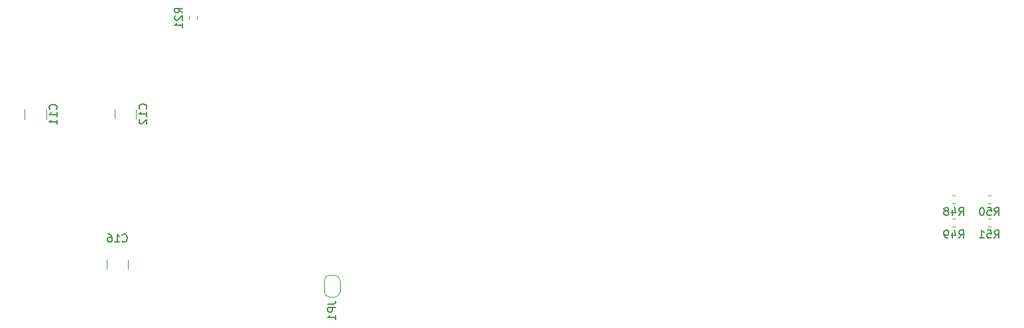
<source format=gbo>
G04 #@! TF.GenerationSoftware,KiCad,Pcbnew,(5.1.6)-1*
G04 #@! TF.CreationDate,2020-11-25T02:30:42+09:00*
G04 #@! TF.ProjectId,Mixer,4d697865-722e-46b6-9963-61645f706362,rev?*
G04 #@! TF.SameCoordinates,Original*
G04 #@! TF.FileFunction,Legend,Bot*
G04 #@! TF.FilePolarity,Positive*
%FSLAX46Y46*%
G04 Gerber Fmt 4.6, Leading zero omitted, Abs format (unit mm)*
G04 Created by KiCad (PCBNEW (5.1.6)-1) date 2020-11-25 02:30:42*
%MOMM*%
%LPD*%
G01*
G04 APERTURE LIST*
%ADD10C,0.120000*%
%ADD11C,0.150000*%
%ADD12C,3.300000*%
%ADD13C,0.100000*%
%ADD14O,1.800000X1.800000*%
%ADD15R,1.800000X1.800000*%
%ADD16C,2.100000*%
%ADD17C,2.106600*%
%ADD18C,1.420800*%
%ADD19C,1.624000*%
%ADD20O,1.000000X1.700000*%
%ADD21O,2.005000X2.100000*%
%ADD22R,2.005000X2.100000*%
G04 APERTURE END LIST*
D10*
X131018000Y-101222000D02*
X131618000Y-101222000D01*
X130318000Y-99122000D02*
X130318000Y-100522000D01*
X131618000Y-98422000D02*
X131018000Y-98422000D01*
X132318000Y-100522000D02*
X132318000Y-99122000D01*
X131618000Y-101222000D02*
G75*
G03*
X132318000Y-100522000I0J700000D01*
G01*
X130318000Y-100522000D02*
G75*
G03*
X131018000Y-101222000I700000J0D01*
G01*
X131018000Y-98422000D02*
G75*
G03*
X130318000Y-99122000I0J-700000D01*
G01*
X132318000Y-99122000D02*
G75*
G03*
X131618000Y-98422000I-700000J0D01*
G01*
X215053733Y-91204000D02*
X215396267Y-91204000D01*
X215053733Y-92224000D02*
X215396267Y-92224000D01*
X215053733Y-88263000D02*
X215396267Y-88263000D01*
X215053733Y-89283000D02*
X215396267Y-89283000D01*
X210864267Y-92204000D02*
X210521733Y-92204000D01*
X210864267Y-91184000D02*
X210521733Y-91184000D01*
X210864267Y-89283000D02*
X210521733Y-89283000D01*
X210864267Y-88263000D02*
X210521733Y-88263000D01*
X105246000Y-97630064D02*
X105246000Y-96425936D01*
X102526000Y-97630064D02*
X102526000Y-96425936D01*
X106284000Y-78415064D02*
X106284000Y-77210936D01*
X103564000Y-78415064D02*
X103564000Y-77210936D01*
X94806000Y-78451564D02*
X94806000Y-77247436D01*
X92086000Y-78451564D02*
X92086000Y-77247436D01*
X113028000Y-65703267D02*
X113028000Y-65360733D01*
X114048000Y-65703267D02*
X114048000Y-65360733D01*
D11*
X130770380Y-102088666D02*
X131484666Y-102088666D01*
X131627523Y-102041047D01*
X131722761Y-101945809D01*
X131770380Y-101802952D01*
X131770380Y-101707714D01*
X131770380Y-102564857D02*
X130770380Y-102564857D01*
X130770380Y-102945809D01*
X130818000Y-103041047D01*
X130865619Y-103088666D01*
X130960857Y-103136285D01*
X131103714Y-103136285D01*
X131198952Y-103088666D01*
X131246571Y-103041047D01*
X131294190Y-102945809D01*
X131294190Y-102564857D01*
X131770380Y-104088666D02*
X131770380Y-103517238D01*
X131770380Y-103802952D02*
X130770380Y-103802952D01*
X130913238Y-103707714D01*
X131008476Y-103612476D01*
X131056095Y-103517238D01*
X215867857Y-93670380D02*
X216201190Y-93194190D01*
X216439285Y-93670380D02*
X216439285Y-92670380D01*
X216058333Y-92670380D01*
X215963095Y-92718000D01*
X215915476Y-92765619D01*
X215867857Y-92860857D01*
X215867857Y-93003714D01*
X215915476Y-93098952D01*
X215963095Y-93146571D01*
X216058333Y-93194190D01*
X216439285Y-93194190D01*
X214963095Y-92670380D02*
X215439285Y-92670380D01*
X215486904Y-93146571D01*
X215439285Y-93098952D01*
X215344047Y-93051333D01*
X215105952Y-93051333D01*
X215010714Y-93098952D01*
X214963095Y-93146571D01*
X214915476Y-93241809D01*
X214915476Y-93479904D01*
X214963095Y-93575142D01*
X215010714Y-93622761D01*
X215105952Y-93670380D01*
X215344047Y-93670380D01*
X215439285Y-93622761D01*
X215486904Y-93575142D01*
X213963095Y-93670380D02*
X214534523Y-93670380D01*
X214248809Y-93670380D02*
X214248809Y-92670380D01*
X214344047Y-92813238D01*
X214439285Y-92908476D01*
X214534523Y-92956095D01*
X215867857Y-90749380D02*
X216201190Y-90273190D01*
X216439285Y-90749380D02*
X216439285Y-89749380D01*
X216058333Y-89749380D01*
X215963095Y-89797000D01*
X215915476Y-89844619D01*
X215867857Y-89939857D01*
X215867857Y-90082714D01*
X215915476Y-90177952D01*
X215963095Y-90225571D01*
X216058333Y-90273190D01*
X216439285Y-90273190D01*
X214963095Y-89749380D02*
X215439285Y-89749380D01*
X215486904Y-90225571D01*
X215439285Y-90177952D01*
X215344047Y-90130333D01*
X215105952Y-90130333D01*
X215010714Y-90177952D01*
X214963095Y-90225571D01*
X214915476Y-90320809D01*
X214915476Y-90558904D01*
X214963095Y-90654142D01*
X215010714Y-90701761D01*
X215105952Y-90749380D01*
X215344047Y-90749380D01*
X215439285Y-90701761D01*
X215486904Y-90654142D01*
X214296428Y-89749380D02*
X214201190Y-89749380D01*
X214105952Y-89797000D01*
X214058333Y-89844619D01*
X214010714Y-89939857D01*
X213963095Y-90130333D01*
X213963095Y-90368428D01*
X214010714Y-90558904D01*
X214058333Y-90654142D01*
X214105952Y-90701761D01*
X214201190Y-90749380D01*
X214296428Y-90749380D01*
X214391666Y-90701761D01*
X214439285Y-90654142D01*
X214486904Y-90558904D01*
X214534523Y-90368428D01*
X214534523Y-90130333D01*
X214486904Y-89939857D01*
X214439285Y-89844619D01*
X214391666Y-89797000D01*
X214296428Y-89749380D01*
X211335857Y-93670380D02*
X211669190Y-93194190D01*
X211907285Y-93670380D02*
X211907285Y-92670380D01*
X211526333Y-92670380D01*
X211431095Y-92718000D01*
X211383476Y-92765619D01*
X211335857Y-92860857D01*
X211335857Y-93003714D01*
X211383476Y-93098952D01*
X211431095Y-93146571D01*
X211526333Y-93194190D01*
X211907285Y-93194190D01*
X210478714Y-93003714D02*
X210478714Y-93670380D01*
X210716809Y-92622761D02*
X210954904Y-93337047D01*
X210335857Y-93337047D01*
X209907285Y-93670380D02*
X209716809Y-93670380D01*
X209621571Y-93622761D01*
X209573952Y-93575142D01*
X209478714Y-93432285D01*
X209431095Y-93241809D01*
X209431095Y-92860857D01*
X209478714Y-92765619D01*
X209526333Y-92718000D01*
X209621571Y-92670380D01*
X209812047Y-92670380D01*
X209907285Y-92718000D01*
X209954904Y-92765619D01*
X210002523Y-92860857D01*
X210002523Y-93098952D01*
X209954904Y-93194190D01*
X209907285Y-93241809D01*
X209812047Y-93289428D01*
X209621571Y-93289428D01*
X209526333Y-93241809D01*
X209478714Y-93194190D01*
X209431095Y-93098952D01*
X211335857Y-90749380D02*
X211669190Y-90273190D01*
X211907285Y-90749380D02*
X211907285Y-89749380D01*
X211526333Y-89749380D01*
X211431095Y-89797000D01*
X211383476Y-89844619D01*
X211335857Y-89939857D01*
X211335857Y-90082714D01*
X211383476Y-90177952D01*
X211431095Y-90225571D01*
X211526333Y-90273190D01*
X211907285Y-90273190D01*
X210478714Y-90082714D02*
X210478714Y-90749380D01*
X210716809Y-89701761D02*
X210954904Y-90416047D01*
X210335857Y-90416047D01*
X209812047Y-90177952D02*
X209907285Y-90130333D01*
X209954904Y-90082714D01*
X210002523Y-89987476D01*
X210002523Y-89939857D01*
X209954904Y-89844619D01*
X209907285Y-89797000D01*
X209812047Y-89749380D01*
X209621571Y-89749380D01*
X209526333Y-89797000D01*
X209478714Y-89844619D01*
X209431095Y-89939857D01*
X209431095Y-89987476D01*
X209478714Y-90082714D01*
X209526333Y-90130333D01*
X209621571Y-90177952D01*
X209812047Y-90177952D01*
X209907285Y-90225571D01*
X209954904Y-90273190D01*
X210002523Y-90368428D01*
X210002523Y-90558904D01*
X209954904Y-90654142D01*
X209907285Y-90701761D01*
X209812047Y-90749380D01*
X209621571Y-90749380D01*
X209526333Y-90701761D01*
X209478714Y-90654142D01*
X209431095Y-90558904D01*
X209431095Y-90368428D01*
X209478714Y-90273190D01*
X209526333Y-90225571D01*
X209621571Y-90177952D01*
X104528857Y-94083142D02*
X104576476Y-94130761D01*
X104719333Y-94178380D01*
X104814571Y-94178380D01*
X104957428Y-94130761D01*
X105052666Y-94035523D01*
X105100285Y-93940285D01*
X105147904Y-93749809D01*
X105147904Y-93606952D01*
X105100285Y-93416476D01*
X105052666Y-93321238D01*
X104957428Y-93226000D01*
X104814571Y-93178380D01*
X104719333Y-93178380D01*
X104576476Y-93226000D01*
X104528857Y-93273619D01*
X103576476Y-94178380D02*
X104147904Y-94178380D01*
X103862190Y-94178380D02*
X103862190Y-93178380D01*
X103957428Y-93321238D01*
X104052666Y-93416476D01*
X104147904Y-93464095D01*
X102719333Y-93178380D02*
X102909809Y-93178380D01*
X103005047Y-93226000D01*
X103052666Y-93273619D01*
X103147904Y-93416476D01*
X103195523Y-93606952D01*
X103195523Y-93987904D01*
X103147904Y-94083142D01*
X103100285Y-94130761D01*
X103005047Y-94178380D01*
X102814571Y-94178380D01*
X102719333Y-94130761D01*
X102671714Y-94083142D01*
X102624095Y-93987904D01*
X102624095Y-93749809D01*
X102671714Y-93654571D01*
X102719333Y-93606952D01*
X102814571Y-93559333D01*
X103005047Y-93559333D01*
X103100285Y-93606952D01*
X103147904Y-93654571D01*
X103195523Y-93749809D01*
X107561142Y-77170142D02*
X107608761Y-77122523D01*
X107656380Y-76979666D01*
X107656380Y-76884428D01*
X107608761Y-76741571D01*
X107513523Y-76646333D01*
X107418285Y-76598714D01*
X107227809Y-76551095D01*
X107084952Y-76551095D01*
X106894476Y-76598714D01*
X106799238Y-76646333D01*
X106704000Y-76741571D01*
X106656380Y-76884428D01*
X106656380Y-76979666D01*
X106704000Y-77122523D01*
X106751619Y-77170142D01*
X107656380Y-78122523D02*
X107656380Y-77551095D01*
X107656380Y-77836809D02*
X106656380Y-77836809D01*
X106799238Y-77741571D01*
X106894476Y-77646333D01*
X106942095Y-77551095D01*
X106751619Y-78503476D02*
X106704000Y-78551095D01*
X106656380Y-78646333D01*
X106656380Y-78884428D01*
X106704000Y-78979666D01*
X106751619Y-79027285D01*
X106846857Y-79074904D01*
X106942095Y-79074904D01*
X107084952Y-79027285D01*
X107656380Y-78455857D01*
X107656380Y-79074904D01*
X96083142Y-77206642D02*
X96130761Y-77159023D01*
X96178380Y-77016166D01*
X96178380Y-76920928D01*
X96130761Y-76778071D01*
X96035523Y-76682833D01*
X95940285Y-76635214D01*
X95749809Y-76587595D01*
X95606952Y-76587595D01*
X95416476Y-76635214D01*
X95321238Y-76682833D01*
X95226000Y-76778071D01*
X95178380Y-76920928D01*
X95178380Y-77016166D01*
X95226000Y-77159023D01*
X95273619Y-77206642D01*
X96178380Y-78159023D02*
X96178380Y-77587595D01*
X96178380Y-77873309D02*
X95178380Y-77873309D01*
X95321238Y-77778071D01*
X95416476Y-77682833D01*
X95464095Y-77587595D01*
X96178380Y-79111404D02*
X96178380Y-78539976D01*
X96178380Y-78825690D02*
X95178380Y-78825690D01*
X95321238Y-78730452D01*
X95416476Y-78635214D01*
X95464095Y-78539976D01*
X112212380Y-64889142D02*
X111736190Y-64555809D01*
X112212380Y-64317714D02*
X111212380Y-64317714D01*
X111212380Y-64698666D01*
X111260000Y-64793904D01*
X111307619Y-64841523D01*
X111402857Y-64889142D01*
X111545714Y-64889142D01*
X111640952Y-64841523D01*
X111688571Y-64793904D01*
X111736190Y-64698666D01*
X111736190Y-64317714D01*
X111307619Y-65270095D02*
X111260000Y-65317714D01*
X111212380Y-65412952D01*
X111212380Y-65651047D01*
X111260000Y-65746285D01*
X111307619Y-65793904D01*
X111402857Y-65841523D01*
X111498095Y-65841523D01*
X111640952Y-65793904D01*
X112212380Y-65222476D01*
X112212380Y-65841523D01*
X112212380Y-66793904D02*
X112212380Y-66222476D01*
X112212380Y-66508190D02*
X111212380Y-66508190D01*
X111355238Y-66412952D01*
X111450476Y-66317714D01*
X111498095Y-66222476D01*
%LPC*%
D12*
X94000000Y-115000000D03*
X94000000Y-64000000D03*
X221000000Y-64000000D03*
X221000000Y-115000000D03*
D13*
G36*
X130518602Y-99165889D02*
G01*
X130518602Y-99147466D01*
X130518843Y-99142565D01*
X130523653Y-99093734D01*
X130524373Y-99088881D01*
X130533945Y-99040756D01*
X130535137Y-99035995D01*
X130549381Y-98989040D01*
X130551034Y-98984421D01*
X130569811Y-98939088D01*
X130571909Y-98934651D01*
X130595040Y-98891378D01*
X130597562Y-98887171D01*
X130624822Y-98846372D01*
X130627746Y-98842430D01*
X130658874Y-98804501D01*
X130662169Y-98800866D01*
X130696866Y-98766169D01*
X130700501Y-98762874D01*
X130738430Y-98731746D01*
X130742372Y-98728822D01*
X130783171Y-98701562D01*
X130787378Y-98699040D01*
X130830651Y-98675909D01*
X130835088Y-98673811D01*
X130880421Y-98655034D01*
X130885040Y-98653381D01*
X130931995Y-98639137D01*
X130936756Y-98637945D01*
X130984881Y-98628373D01*
X130989734Y-98627653D01*
X131038565Y-98622843D01*
X131043466Y-98622602D01*
X131061889Y-98622602D01*
X131068000Y-98622000D01*
X131568000Y-98622000D01*
X131574111Y-98622602D01*
X131592534Y-98622602D01*
X131597435Y-98622843D01*
X131646266Y-98627653D01*
X131651119Y-98628373D01*
X131699244Y-98637945D01*
X131704005Y-98639137D01*
X131750960Y-98653381D01*
X131755579Y-98655034D01*
X131800912Y-98673811D01*
X131805349Y-98675909D01*
X131848622Y-98699040D01*
X131852829Y-98701562D01*
X131893628Y-98728822D01*
X131897570Y-98731746D01*
X131935499Y-98762874D01*
X131939134Y-98766169D01*
X131973831Y-98800866D01*
X131977126Y-98804501D01*
X132008254Y-98842430D01*
X132011178Y-98846372D01*
X132038438Y-98887171D01*
X132040960Y-98891378D01*
X132064091Y-98934651D01*
X132066189Y-98939088D01*
X132084966Y-98984421D01*
X132086619Y-98989040D01*
X132100863Y-99035995D01*
X132102055Y-99040756D01*
X132111627Y-99088881D01*
X132112347Y-99093734D01*
X132117157Y-99142565D01*
X132117398Y-99147466D01*
X132117398Y-99165889D01*
X132118000Y-99172000D01*
X132118000Y-99672000D01*
X132117039Y-99681755D01*
X132114194Y-99691134D01*
X132109573Y-99699779D01*
X132103355Y-99707355D01*
X132095779Y-99713573D01*
X132087134Y-99718194D01*
X132077755Y-99721039D01*
X132068000Y-99722000D01*
X130568000Y-99722000D01*
X130558245Y-99721039D01*
X130548866Y-99718194D01*
X130540221Y-99713573D01*
X130532645Y-99707355D01*
X130526427Y-99699779D01*
X130521806Y-99691134D01*
X130518961Y-99681755D01*
X130518000Y-99672000D01*
X130518000Y-99172000D01*
X130518602Y-99165889D01*
G37*
G36*
X130518961Y-99962245D02*
G01*
X130521806Y-99952866D01*
X130526427Y-99944221D01*
X130532645Y-99936645D01*
X130540221Y-99930427D01*
X130548866Y-99925806D01*
X130558245Y-99922961D01*
X130568000Y-99922000D01*
X132068000Y-99922000D01*
X132077755Y-99922961D01*
X132087134Y-99925806D01*
X132095779Y-99930427D01*
X132103355Y-99936645D01*
X132109573Y-99944221D01*
X132114194Y-99952866D01*
X132117039Y-99962245D01*
X132118000Y-99972000D01*
X132118000Y-100472000D01*
X132117398Y-100478111D01*
X132117398Y-100496534D01*
X132117157Y-100501435D01*
X132112347Y-100550266D01*
X132111627Y-100555119D01*
X132102055Y-100603244D01*
X132100863Y-100608005D01*
X132086619Y-100654960D01*
X132084966Y-100659579D01*
X132066189Y-100704912D01*
X132064091Y-100709349D01*
X132040960Y-100752622D01*
X132038438Y-100756829D01*
X132011178Y-100797628D01*
X132008254Y-100801570D01*
X131977126Y-100839499D01*
X131973831Y-100843134D01*
X131939134Y-100877831D01*
X131935499Y-100881126D01*
X131897570Y-100912254D01*
X131893628Y-100915178D01*
X131852829Y-100942438D01*
X131848622Y-100944960D01*
X131805349Y-100968091D01*
X131800912Y-100970189D01*
X131755579Y-100988966D01*
X131750960Y-100990619D01*
X131704005Y-101004863D01*
X131699244Y-101006055D01*
X131651119Y-101015627D01*
X131646266Y-101016347D01*
X131597435Y-101021157D01*
X131592534Y-101021398D01*
X131574111Y-101021398D01*
X131568000Y-101022000D01*
X131068000Y-101022000D01*
X131061889Y-101021398D01*
X131043466Y-101021398D01*
X131038565Y-101021157D01*
X130989734Y-101016347D01*
X130984881Y-101015627D01*
X130936756Y-101006055D01*
X130931995Y-101004863D01*
X130885040Y-100990619D01*
X130880421Y-100988966D01*
X130835088Y-100970189D01*
X130830651Y-100968091D01*
X130787378Y-100944960D01*
X130783171Y-100942438D01*
X130742372Y-100915178D01*
X130738430Y-100912254D01*
X130700501Y-100881126D01*
X130696866Y-100877831D01*
X130662169Y-100843134D01*
X130658874Y-100839499D01*
X130627746Y-100801570D01*
X130624822Y-100797628D01*
X130597562Y-100756829D01*
X130595040Y-100752622D01*
X130571909Y-100709349D01*
X130569811Y-100704912D01*
X130551034Y-100659579D01*
X130549381Y-100654960D01*
X130535137Y-100608005D01*
X130533945Y-100603244D01*
X130524373Y-100555119D01*
X130523653Y-100550266D01*
X130518843Y-100501435D01*
X130518602Y-100496534D01*
X130518602Y-100478111D01*
X130518000Y-100472000D01*
X130518000Y-99972000D01*
X130518961Y-99962245D01*
G37*
D14*
X125222000Y-98552000D03*
X127762000Y-98552000D03*
X125222000Y-101092000D03*
D15*
X127762000Y-101092000D03*
D16*
X115824000Y-68700000D03*
X111324000Y-68700000D03*
X115824000Y-62200000D03*
X111324000Y-62200000D03*
D17*
X220962600Y-72506599D03*
X220962600Y-80706601D03*
D18*
X222207200Y-74600000D03*
X222207200Y-76606600D03*
X222207200Y-78613200D03*
X219718000Y-74600000D03*
X219718000Y-76606600D03*
X219718000Y-78613200D03*
D17*
X220962600Y-85306599D03*
X220962600Y-93506601D03*
D18*
X222207200Y-87400000D03*
X222207200Y-89406600D03*
X222207200Y-91413200D03*
X219718000Y-87400000D03*
X219718000Y-89406600D03*
X219718000Y-91413200D03*
G36*
G01*
X215525000Y-91976500D02*
X215525000Y-91451500D01*
G75*
G02*
X215787500Y-91189000I262500J0D01*
G01*
X216412500Y-91189000D01*
G75*
G02*
X216675000Y-91451500I0J-262500D01*
G01*
X216675000Y-91976500D01*
G75*
G02*
X216412500Y-92239000I-262500J0D01*
G01*
X215787500Y-92239000D01*
G75*
G02*
X215525000Y-91976500I0J262500D01*
G01*
G37*
G36*
G01*
X213775000Y-91976500D02*
X213775000Y-91451500D01*
G75*
G02*
X214037500Y-91189000I262500J0D01*
G01*
X214662500Y-91189000D01*
G75*
G02*
X214925000Y-91451500I0J-262500D01*
G01*
X214925000Y-91976500D01*
G75*
G02*
X214662500Y-92239000I-262500J0D01*
G01*
X214037500Y-92239000D01*
G75*
G02*
X213775000Y-91976500I0J262500D01*
G01*
G37*
G36*
G01*
X215525000Y-89035500D02*
X215525000Y-88510500D01*
G75*
G02*
X215787500Y-88248000I262500J0D01*
G01*
X216412500Y-88248000D01*
G75*
G02*
X216675000Y-88510500I0J-262500D01*
G01*
X216675000Y-89035500D01*
G75*
G02*
X216412500Y-89298000I-262500J0D01*
G01*
X215787500Y-89298000D01*
G75*
G02*
X215525000Y-89035500I0J262500D01*
G01*
G37*
G36*
G01*
X213775000Y-89035500D02*
X213775000Y-88510500D01*
G75*
G02*
X214037500Y-88248000I262500J0D01*
G01*
X214662500Y-88248000D01*
G75*
G02*
X214925000Y-88510500I0J-262500D01*
G01*
X214925000Y-89035500D01*
G75*
G02*
X214662500Y-89298000I-262500J0D01*
G01*
X214037500Y-89298000D01*
G75*
G02*
X213775000Y-89035500I0J262500D01*
G01*
G37*
G36*
G01*
X210393000Y-91431500D02*
X210393000Y-91956500D01*
G75*
G02*
X210130500Y-92219000I-262500J0D01*
G01*
X209505500Y-92219000D01*
G75*
G02*
X209243000Y-91956500I0J262500D01*
G01*
X209243000Y-91431500D01*
G75*
G02*
X209505500Y-91169000I262500J0D01*
G01*
X210130500Y-91169000D01*
G75*
G02*
X210393000Y-91431500I0J-262500D01*
G01*
G37*
G36*
G01*
X212143000Y-91431500D02*
X212143000Y-91956500D01*
G75*
G02*
X211880500Y-92219000I-262500J0D01*
G01*
X211255500Y-92219000D01*
G75*
G02*
X210993000Y-91956500I0J262500D01*
G01*
X210993000Y-91431500D01*
G75*
G02*
X211255500Y-91169000I262500J0D01*
G01*
X211880500Y-91169000D01*
G75*
G02*
X212143000Y-91431500I0J-262500D01*
G01*
G37*
G36*
G01*
X210393000Y-88510500D02*
X210393000Y-89035500D01*
G75*
G02*
X210130500Y-89298000I-262500J0D01*
G01*
X209505500Y-89298000D01*
G75*
G02*
X209243000Y-89035500I0J262500D01*
G01*
X209243000Y-88510500D01*
G75*
G02*
X209505500Y-88248000I262500J0D01*
G01*
X210130500Y-88248000D01*
G75*
G02*
X210393000Y-88510500I0J-262500D01*
G01*
G37*
G36*
G01*
X212143000Y-88510500D02*
X212143000Y-89035500D01*
G75*
G02*
X211880500Y-89298000I-262500J0D01*
G01*
X211255500Y-89298000D01*
G75*
G02*
X210993000Y-89035500I0J262500D01*
G01*
X210993000Y-88510500D01*
G75*
G02*
X211255500Y-88248000I262500J0D01*
G01*
X211880500Y-88248000D01*
G75*
G02*
X212143000Y-88510500I0J-262500D01*
G01*
G37*
D16*
X134600000Y-111500000D03*
X132100000Y-111500000D03*
X129600000Y-111500000D03*
X134600000Y-114000000D03*
X132100000Y-114000000D03*
X129600000Y-114000000D03*
D19*
X207977500Y-69340500D03*
X207977500Y-62340500D03*
X169400000Y-69404000D03*
X169400000Y-62404000D03*
D14*
X126492000Y-94234000D03*
X129032000Y-94234000D03*
D15*
X131572000Y-94234000D03*
D20*
X106600000Y-62484000D03*
X100000000Y-62484000D03*
G36*
G01*
X104993456Y-96303000D02*
X102778544Y-96303000D01*
G75*
G02*
X102511000Y-96035456I0J267544D01*
G01*
X102511000Y-95045544D01*
G75*
G02*
X102778544Y-94778000I267544J0D01*
G01*
X104993456Y-94778000D01*
G75*
G02*
X105261000Y-95045544I0J-267544D01*
G01*
X105261000Y-96035456D01*
G75*
G02*
X104993456Y-96303000I-267544J0D01*
G01*
G37*
G36*
G01*
X104993456Y-99278000D02*
X102778544Y-99278000D01*
G75*
G02*
X102511000Y-99010456I0J267544D01*
G01*
X102511000Y-98020544D01*
G75*
G02*
X102778544Y-97753000I267544J0D01*
G01*
X104993456Y-97753000D01*
G75*
G02*
X105261000Y-98020544I0J-267544D01*
G01*
X105261000Y-99010456D01*
G75*
G02*
X104993456Y-99278000I-267544J0D01*
G01*
G37*
G36*
G01*
X106031456Y-77088000D02*
X103816544Y-77088000D01*
G75*
G02*
X103549000Y-76820456I0J267544D01*
G01*
X103549000Y-75830544D01*
G75*
G02*
X103816544Y-75563000I267544J0D01*
G01*
X106031456Y-75563000D01*
G75*
G02*
X106299000Y-75830544I0J-267544D01*
G01*
X106299000Y-76820456D01*
G75*
G02*
X106031456Y-77088000I-267544J0D01*
G01*
G37*
G36*
G01*
X106031456Y-80063000D02*
X103816544Y-80063000D01*
G75*
G02*
X103549000Y-79795456I0J267544D01*
G01*
X103549000Y-78805544D01*
G75*
G02*
X103816544Y-78538000I267544J0D01*
G01*
X106031456Y-78538000D01*
G75*
G02*
X106299000Y-78805544I0J-267544D01*
G01*
X106299000Y-79795456D01*
G75*
G02*
X106031456Y-80063000I-267544J0D01*
G01*
G37*
G36*
G01*
X94553456Y-77124500D02*
X92338544Y-77124500D01*
G75*
G02*
X92071000Y-76856956I0J267544D01*
G01*
X92071000Y-75867044D01*
G75*
G02*
X92338544Y-75599500I267544J0D01*
G01*
X94553456Y-75599500D01*
G75*
G02*
X94821000Y-75867044I0J-267544D01*
G01*
X94821000Y-76856956D01*
G75*
G02*
X94553456Y-77124500I-267544J0D01*
G01*
G37*
G36*
G01*
X94553456Y-80099500D02*
X92338544Y-80099500D01*
G75*
G02*
X92071000Y-79831956I0J267544D01*
G01*
X92071000Y-78842044D01*
G75*
G02*
X92338544Y-78574500I267544J0D01*
G01*
X94553456Y-78574500D01*
G75*
G02*
X94821000Y-78842044I0J-267544D01*
G01*
X94821000Y-79831956D01*
G75*
G02*
X94553456Y-80099500I-267544J0D01*
G01*
G37*
D19*
X97764000Y-94577000D03*
X97764000Y-92037000D03*
X97764000Y-89497000D03*
X97764000Y-86957000D03*
X97764000Y-81877000D03*
X97764000Y-79337000D03*
X97764000Y-76797000D03*
X109115000Y-94577000D03*
X109115000Y-92037000D03*
X109115000Y-89497000D03*
X109115000Y-86957000D03*
X109115000Y-81877000D03*
X109115000Y-79337000D03*
X109115000Y-76797000D03*
D16*
X158600000Y-111500000D03*
X156100000Y-111500000D03*
X153600000Y-111500000D03*
X158600000Y-114000000D03*
X156100000Y-114000000D03*
X153600000Y-114000000D03*
D19*
X141400000Y-69400000D03*
X141400000Y-62400000D03*
D17*
X190906599Y-64037400D03*
X199106601Y-64037400D03*
D18*
X193000000Y-62792800D03*
X195006600Y-62792800D03*
X197013200Y-62792800D03*
X193000000Y-65282000D03*
X195006600Y-65282000D03*
X197013200Y-65282000D03*
D17*
X177906599Y-64037400D03*
X186106601Y-64037400D03*
D18*
X180000000Y-62792800D03*
X182006600Y-62792800D03*
X184013200Y-62792800D03*
X180000000Y-65282000D03*
X182006600Y-65282000D03*
X184013200Y-65282000D03*
G36*
G01*
X113800500Y-65232000D02*
X113275500Y-65232000D01*
G75*
G02*
X113013000Y-64969500I0J262500D01*
G01*
X113013000Y-64344500D01*
G75*
G02*
X113275500Y-64082000I262500J0D01*
G01*
X113800500Y-64082000D01*
G75*
G02*
X114063000Y-64344500I0J-262500D01*
G01*
X114063000Y-64969500D01*
G75*
G02*
X113800500Y-65232000I-262500J0D01*
G01*
G37*
G36*
G01*
X113800500Y-66982000D02*
X113275500Y-66982000D01*
G75*
G02*
X113013000Y-66719500I0J262500D01*
G01*
X113013000Y-66094500D01*
G75*
G02*
X113275500Y-65832000I262500J0D01*
G01*
X113800500Y-65832000D01*
G75*
G02*
X114063000Y-66094500I0J-262500D01*
G01*
X114063000Y-66719500D01*
G75*
G02*
X113800500Y-66982000I-262500J0D01*
G01*
G37*
D16*
X182600000Y-111500000D03*
X180100000Y-111500000D03*
X177600000Y-111500000D03*
X182600000Y-114000000D03*
X180100000Y-114000000D03*
X177600000Y-114000000D03*
X206600000Y-111500000D03*
X204100000Y-111500000D03*
X201600000Y-111500000D03*
X206600000Y-114000000D03*
X204100000Y-114000000D03*
X201600000Y-114000000D03*
X105800000Y-104740000D03*
X105800000Y-107280000D03*
X105800000Y-109820000D03*
X105800000Y-114900000D03*
D19*
X155399500Y-69404000D03*
X155399500Y-62404000D03*
X215600000Y-102600000D03*
X222600000Y-102600000D03*
D21*
X93720000Y-99800000D03*
X96260000Y-99800000D03*
D22*
X98800000Y-99800000D03*
D21*
X112242000Y-99800000D03*
X114782000Y-99800000D03*
D22*
X117322000Y-99800000D03*
M02*

</source>
